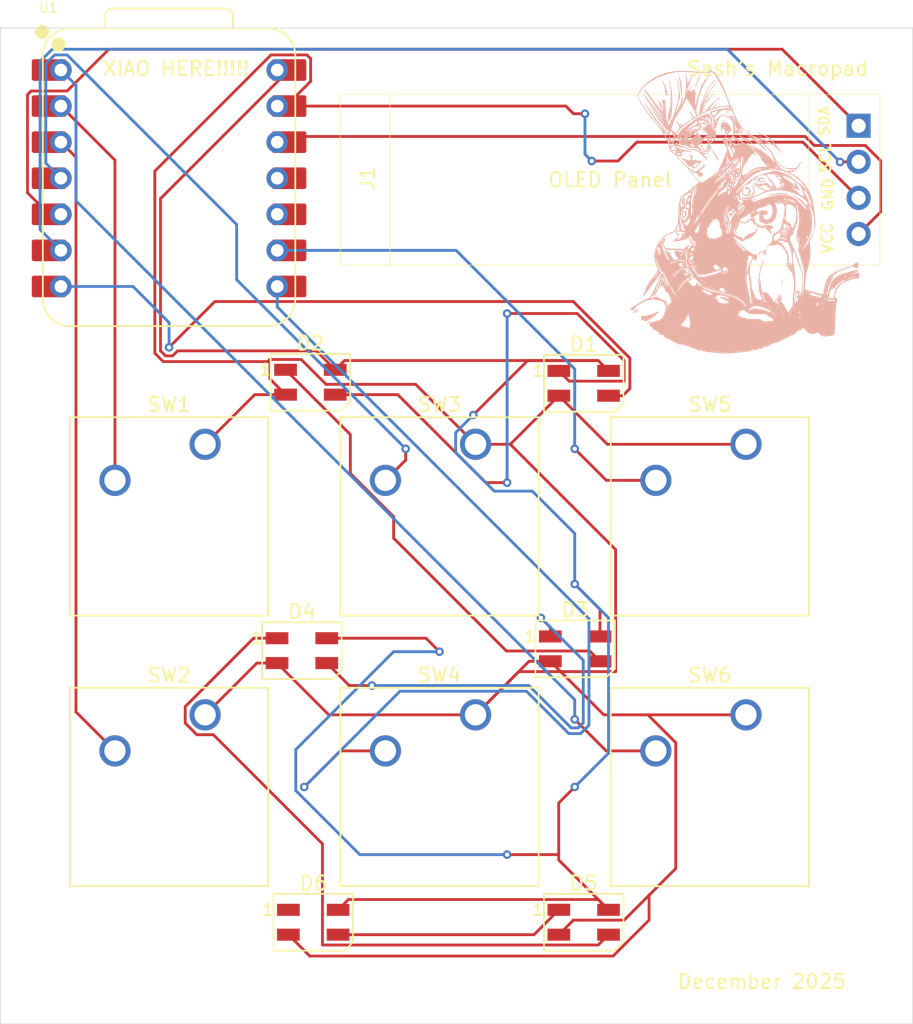
<source format=kicad_pcb>
(kicad_pcb (version 20241229) (generator "pcbnew") (generator_version "9.0")
  (layers (0 "F.Cu" signal) (2 "B.Cu" signal) (13 "F.Paste" user) (15 "B.Paste" user) (5 "F.SilkS" user "F.Silkscreen") (7 "B.SilkS" user "B.Silkscreen") (1 "F.Mask" user) (3 "B.Mask" user) (25 "Edge.Cuts" user))
  (net 0 "")
  (net 1 "Net-(D1-DIN)")
  (net 2 "+5V")
  (net 3 "GND")
  (net 4 "Net-(D1-DOUT)")
  (net 5 "Net-(D2-DOUT)")
  (net 6 "Net-(D3-DOUT)")
  (net 7 "Net-(D4-DOUT)")
  (net 8 "Net-(D5-DOUT)")
  (net 10 "Net-(J1-Pin_4)")
  (net 11 "Net-(J1-Pin_1)")
  (net 12 "Net-(J1-Pin_2)")
  (net 13 "Net-(U1-GPIO27{slash}ADC1{slash}A1)")
  (net 14 "Net-(U1-GPIO28{slash}ADC2{slash}A2)")
  (net 15 "Net-(U1-GPIO29{slash}ADC3{slash}A3)")
  (net 16 "Net-(U1-GPIO1{slash}RX)")
  (net 17 "Net-(U1-GPIO2{slash}SCK)")
  (net 18 "Net-(U1-GPIO26{slash}ADC0{slash}A0)")
  (footprint "LED_SMD:LED_SK6812MINI_PLCC4_3.5x3.5mm_P1.75mm" (layer "F.Cu") (at 150.65 95.25)
    (property "Reference" "D6" (at 0 -2.75 0) (layer "F.SilkS"))
    (property "Value" "SK6812MINI")
    (fp_text user "1" (at -3.2 -0.875 0) (layer "F.SilkS") (effects (font (size 0.8 0.8))))
    (pad "1" smd rect (at -1.75 -0.875) (size 1.6 0.85) (layers "F.Cu" "F.Mask" "F.Paste"))
    (pad "2" smd rect (at -1.75 0.875) (size 1.6 0.85) (layers "F.Cu" "F.Mask" "F.Paste") (net 3 "GND"))
    (pad "3" smd rect (at 1.75 0.875) (size 1.6 0.85) (layers "F.Cu" "F.Mask" "F.Paste") (net 8 "Net-(D5-DOUT)"))
    (pad "4" smd rect (at 1.75 -0.875) (size 1.6 0.85) (layers "F.Cu" "F.Mask" "F.Paste") (net 2 "+5V"))
  )
  (footprint "LED_SMD:LED_SK6812MINI_PLCC4_3.5x3.5mm_P1.75mm" (layer "F.Cu") (at 150.45 57.225)
    (property "Reference" "D2" (at 0 -2.75 0) (layer "F.SilkS"))
    (property "Value" "SK6812MINI")
    (fp_text user "1" (at -3.2 -0.875 0) (layer "F.SilkS") (effects (font (size 0.8 0.8))))
    (pad "1" smd rect (at -1.75 -0.875) (size 1.6 0.85) (layers "F.Cu" "F.Mask" "F.Paste") (net 5 "Net-(D2-DOUT)"))
    (pad "2" smd rect (at -1.75 0.875) (size 1.6 0.85) (layers "F.Cu" "F.Mask" "F.Paste") (net 3 "GND"))
    (pad "3" smd rect (at 1.75 0.875) (size 1.6 0.85) (layers "F.Cu" "F.Mask" "F.Paste") (net 4 "Net-(D1-DOUT)"))
    (pad "4" smd rect (at 1.75 -0.875) (size 1.6 0.85) (layers "F.Cu" "F.Mask" "F.Paste") (net 2 "+5V"))
  )
  (footprint "Button_Switch_Keyboard:SW_Cherry_MX_1.00u_PCB" (layer "F.Cu") (at 162.08375 80.645)
    (property "Reference" "SW4" (at -2.54 -2.794 0) (layer "F.SilkS"))
    (property "Value" "SW_Push")
    (pad "" np_thru_hole circle (at -7.62 5.08) (size 1.7 1.7) (drill 1.7) (layers "*.Cu" "*.Mask"))
    (pad "" np_thru_hole circle (at -2.54 5.08) (size 4 4) (drill 4) (layers "*.Cu" "*.Mask"))
    (pad "" np_thru_hole circle (at 2.54 5.08) (size 1.7 1.7) (drill 1.7) (layers "*.Cu" "*.Mask"))
    (pad "1" thru_hole circle (at 0 0) (size 2.2 2.2) (drill 1.5) (layers "*.Cu" "*.Mask") (net 3 "GND"))
    (pad "2" thru_hole circle (at -6.35 2.54) (size 2.2 2.2) (drill 1.5) (layers "*.Cu" "*.Mask") (net 16 "Net-(U1-GPIO1{slash}RX)"))
  )
  (footprint "Button_Switch_Keyboard:SW_Cherry_MX_1.00u_PCB" (layer "F.Cu") (at 181.13375 80.645)
    (property "Reference" "SW6" (at -2.54 -2.794 0) (layer "F.SilkS"))
    (property "Value" "SW_Push")
    (pad "" np_thru_hole circle (at -7.62 5.08) (size 1.7 1.7) (drill 1.7) (layers "*.Cu" "*.Mask"))
    (pad "" np_thru_hole circle (at -2.54 5.08) (size 4 4) (drill 4) (layers "*.Cu" "*.Mask"))
    (pad "" np_thru_hole circle (at 2.54 5.08) (size 1.7 1.7) (drill 1.7) (layers "*.Cu" "*.Mask"))
    (pad "1" thru_hole circle (at 0 0) (size 2.2 2.2) (drill 1.5) (layers "*.Cu" "*.Mask") (net 3 "GND"))
    (pad "2" thru_hole circle (at -6.35 2.54) (size 2.2 2.2) (drill 1.5) (layers "*.Cu" "*.Mask") (net 18 "Net-(U1-GPIO26{slash}ADC0{slash}A0)"))
  )
  (footprint "LED_SMD:LED_SK6812MINI_PLCC4_3.5x3.5mm_P1.75mm" (layer "F.Cu") (at 149.85 76.125)
    (property "Reference" "D4" (at 0 -2.75 0) (layer "F.SilkS"))
    (property "Value" "SK6812MINI")
    (fp_text user "1" (at -3.2 -0.875 0) (layer "F.SilkS") (effects (font (size 0.8 0.8))))
    (pad "1" smd rect (at -1.75 -0.875) (size 1.6 0.85) (layers "F.Cu" "F.Mask" "F.Paste") (net 7 "Net-(D4-DOUT)"))
    (pad "2" smd rect (at -1.75 0.875) (size 1.6 0.85) (layers "F.Cu" "F.Mask" "F.Paste") (net 3 "GND"))
    (pad "3" smd rect (at 1.75 0.875) (size 1.6 0.85) (layers "F.Cu" "F.Mask" "F.Paste") (net 6 "Net-(D3-DOUT)"))
    (pad "4" smd rect (at 1.75 -0.875) (size 1.6 0.85) (layers "F.Cu" "F.Mask" "F.Paste") (net 2 "+5V"))
  )
  (footprint "LED_SMD:LED_SK6812MINI_PLCC4_3.5x3.5mm_P1.75mm" (layer "F.Cu") (at 169.7 95.25)
    (property "Reference" "D5" (at 0 -2.75 0) (layer "F.SilkS"))
    (property "Value" "SK6812MINI")
    (fp_text user "1" (at -3.2 -0.875 0) (layer "F.SilkS") (effects (font (size 0.8 0.8))))
    (pad "1" smd rect (at -1.75 -0.875) (size 1.6 0.85) (layers "F.Cu" "F.Mask" "F.Paste") (net 8 "Net-(D5-DOUT)"))
    (pad "2" smd rect (at -1.75 0.875) (size 1.6 0.85) (layers "F.Cu" "F.Mask" "F.Paste") (net 3 "GND"))
    (pad "3" smd rect (at 1.75 0.875) (size 1.6 0.85) (layers "F.Cu" "F.Mask" "F.Paste") (net 7 "Net-(D4-DOUT)"))
    (pad "4" smd rect (at 1.75 -0.875) (size 1.6 0.85) (layers "F.Cu" "F.Mask" "F.Paste") (net 2 "+5V"))
  )
  (footprint "sashrek:XIAO-RP2040-DIP" (layer "F.Cu") (at 140.49375 42.8625)
    (property "Reference" "U1" (at -8.5 -12 0) (layer "F.SilkS") (effects (font (size 0.635 0.635) (thickness 0.1016))))
    (property "Value" "XIAO-RP2040-DIP")
    (pad "1" smd roundrect (at -8.455 -7.62 180) (size 2.432 1.524) (layers "F.Cu" "F.Mask") (roundrect_rratio 0.1) (net 18 "Net-(U1-GPIO26{slash}ADC0{slash}A0)"))
    (pad "1" thru_hole circle (at -7.62 -7.62 180) (size 1.524 1.524) (drill 0.889) (layers "*.Cu" "*.Mask") (net 18 "Net-(U1-GPIO26{slash}ADC0{slash}A0)"))
    (pad "2" smd roundrect (at -8.455 -5.08 180) (size 2.432 1.524) (layers "F.Cu" "F.Mask") (roundrect_rratio 0.1) (net 13 "Net-(U1-GPIO27{slash}ADC1{slash}A1)"))
    (pad "2" thru_hole circle (at -7.62 -5.08 180) (size 1.524 1.524) (drill 0.889) (layers "*.Cu" "*.Mask") (net 13 "Net-(U1-GPIO27{slash}ADC1{slash}A1)"))
    (pad "3" smd roundrect (at -8.455 -2.54 180) (size 2.432 1.524) (layers "F.Cu" "F.Mask") (roundrect_rratio 0.1) (net 14 "Net-(U1-GPIO28{slash}ADC2{slash}A2)"))
    (pad "3" thru_hole circle (at -7.62 -2.54 180) (size 1.524 1.524) (drill 0.889) (layers "*.Cu" "*.Mask") (net 14 "Net-(U1-GPIO28{slash}ADC2{slash}A2)"))
    (pad "4" smd roundrect (at -8.455 0 180) (size 2.432 1.524) (layers "F.Cu" "F.Mask") (roundrect_rratio 0.1) (net 15 "Net-(U1-GPIO29{slash}ADC3{slash}A3)"))
    (pad "4" thru_hole circle (at -7.62 0 180) (size 1.524 1.524) (drill 0.889) (layers "*.Cu" "*.Mask") (net 15 "Net-(U1-GPIO29{slash}ADC3{slash}A3)"))
    (pad "5" smd roundrect (at -8.455 2.54 180) (size 2.432 1.524) (layers "F.Cu" "F.Mask") (roundrect_rratio 0.1) (net 11 "Net-(J1-Pin_1)"))
    (pad "5" thru_hole circle (at -7.62 2.54 180) (size 1.524 1.524) (drill 0.889) (layers "*.Cu" "*.Mask") (net 11 "Net-(J1-Pin_1)"))
    (pad "6" smd roundrect (at -8.455 5.08 180) (size 2.432 1.524) (layers "F.Cu" "F.Mask") (roundrect_rratio 0.1) (net 12 "Net-(J1-Pin_2)"))
    (pad "6" thru_hole circle (at -7.62 5.08 180) (size 1.524 1.524) (drill 0.889) (layers "*.Cu" "*.Mask") (net 12 "Net-(J1-Pin_2)"))
    (pad "7" smd roundrect (at -8.455 7.62 180) (size 2.432 1.524) (layers "F.Cu" "F.Mask") (roundrect_rratio 0.1) (net 1 "Net-(D1-DIN)"))
    (pad "7" thru_hole circle (at -7.62 7.62 180) (size 1.524 1.524) (drill 0.889) (layers "*.Cu" "*.Mask") (net 1 "Net-(D1-DIN)"))
    (pad "8" thru_hole circle (at 7.62 7.62) (size 1.524 1.524) (drill 0.889) (layers "*.Cu" "*.Mask") (net 16 "Net-(U1-GPIO1{slash}RX)"))
    (pad "8" smd roundrect (at 8.455 7.62) (size 2.432 1.524) (layers "F.Cu" "F.Mask") (roundrect_rratio 0.1) (net 16 "Net-(U1-GPIO1{slash}RX)"))
    (pad "9" thru_hole circle (at 7.62 5.08) (size 1.524 1.524) (drill 0.889) (layers "*.Cu" "*.Mask") (net 17 "Net-(U1-GPIO2{slash}SCK)"))
    (pad "9" smd roundrect (at 8.455 5.08) (size 2.432 1.524) (layers "F.Cu" "F.Mask") (roundrect_rratio 0.1) (net 17 "Net-(U1-GPIO2{slash}SCK)"))
    (pad "10" thru_hole circle (at 7.62 2.54) (size 1.524 1.524) (drill 0.889) (layers "*.Cu" "*.Mask"))
    (pad "10" smd roundrect (at 8.455 2.54) (size 2.432 1.524) (layers "F.Cu" "F.Mask") (roundrect_rratio 0.1))
    (pad "11" thru_hole circle (at 7.62 0) (size 1.524 1.524) (drill 0.889) (layers "*.Cu" "*.Mask"))
    (pad "11" smd roundrect (at 8.455 0) (size 2.432 1.524) (layers "F.Cu" "F.Mask") (roundrect_rratio 0.1))
    (pad "12" thru_hole circle (at 7.62 -2.54) (size 1.524 1.524) (drill 0.889) (layers "*.Cu" "*.Mask") (net 10 "Net-(J1-Pin_4)"))
    (pad "12" smd roundrect (at 8.455 -2.54) (size 2.432 1.524) (layers "F.Cu" "F.Mask") (roundrect_rratio 0.1) (net 10 "Net-(J1-Pin_4)"))
    (pad "13" thru_hole circle (at 7.62 -5.08) (size 1.524 1.524) (drill 0.889) (layers "*.Cu" "*.Mask") (net 3 "GND"))
    (pad "13" smd roundrect (at 8.455 -5.08) (size 2.432 1.524) (layers "F.Cu" "F.Mask") (roundrect_rratio 0.1) (net 3 "GND"))
    (pad "14" thru_hole circle (at 7.62 -7.62) (size 1.524 1.524) (drill 0.889) (layers "*.Cu" "*.Mask") (net 2 "+5V"))
    (pad "14" smd roundrect (at 8.455 -7.62) (size 2.432 1.524) (layers "F.Cu" "F.Mask") (roundrect_rratio 0.1) (net 2 "+5V"))
  )
  (footprint "LED_SMD:LED_SK6812MINI_PLCC4_3.5x3.5mm_P1.75mm" (layer "F.Cu") (at 169.1 76)
    (property "Reference" "D3" (at 0 -2.75 0) (layer "F.SilkS"))
    (property "Value" "SK6812MINI")
    (fp_text user "1" (at -3.2 -0.875 0) (layer "F.SilkS") (effects (font (size 0.8 0.8))))
    (pad "1" smd rect (at -1.75 -0.875) (size 1.6 0.85) (layers "F.Cu" "F.Mask" "F.Paste") (net 6 "Net-(D3-DOUT)"))
    (pad "2" smd rect (at -1.75 0.875) (size 1.6 0.85) (layers "F.Cu" "F.Mask" "F.Paste") (net 3 "GND"))
    (pad "3" smd rect (at 1.75 0.875) (size 1.6 0.85) (layers "F.Cu" "F.Mask" "F.Paste") (net 5 "Net-(D2-DOUT)"))
    (pad "4" smd rect (at 1.75 -0.875) (size 1.6 0.85) (layers "F.Cu" "F.Mask" "F.Paste") (net 2 "+5V"))
  )
  (footprint "sasher:SSD1306-0.91-OLED-4pin-128x32" (layer "F.Cu") (at 152.565 36.9775)
    (property "Reference" "J1" (at 1.9 5.91 90) (layer "F.SilkS"))
    (property "Value" "Conn_01x04_Pin")
    (fp_text user "GND" (at 34.335 7.0225 270) (layer "F.SilkS") (effects (font (size 0.75 0.75))))
    (fp_text user "VCC" (at 34.285 10.1025 270) (layer "F.SilkS") (effects (font (size 0.75 0.75))))
    (fp_text user "OLED Panel" (at 19 6 0) (layer "F.SilkS"))
    (fp_text user "SDA" (at 34.065 1.8625 270) (layer "F.SilkS") (effects (font (size 0.75 0.75))))
    (fp_text user "SCL" (at 34.165 4.4925 270) (layer "F.SilkS") (effects (font (size 0.75 0.75))))
    (pad "1" thru_hole rect (at 36.5 2.19) (size 1.7 1.7) (drill 1) (layers "*.Cu" "*.Mask") (net 11 "Net-(J1-Pin_1)"))
    (pad "2" thru_hole oval (at 36.5 4.73) (size 1.7 1.7) (drill 1) (layers "*.Cu" "*.Mask") (net 12 "Net-(J1-Pin_2)"))
    (pad "3" thru_hole oval (at 36.5 7.27) (size 1.7 1.7) (drill 1) (layers "*.Cu" "*.Mask") (net 3 "GND"))
    (pad "4" thru_hole oval (at 36.5 9.81) (size 1.7 1.7) (drill 1) (layers "*.Cu" "*.Mask") (net 10 "Net-(J1-Pin_4)"))
  )
  (footprint "Button_Switch_Keyboard:SW_Cherry_MX_1.00u_PCB" (layer "F.Cu") (at 143.03375 80.645)
    (property "Reference" "SW2" (at -2.54 -2.794 0) (layer "F.SilkS"))
    (property "Value" "SW_Push")
    (pad "" np_thru_hole circle (at -7.62 5.08) (size 1.7 1.7) (drill 1.7) (layers "*.Cu" "*.Mask"))
    (pad "" np_thru_hole circle (at -2.54 5.08) (size 4 4) (drill 4) (layers "*.Cu" "*.Mask"))
    (pad "" np_thru_hole circle (at 2.54 5.08) (size 1.7 1.7) (drill 1.7) (layers "*.Cu" "*.Mask"))
    (pad "1" thru_hole circle (at 0 0) (size 2.2 2.2) (drill 1.5) (layers "*.Cu" "*.Mask") (net 3 "GND"))
    (pad "2" thru_hole circle (at -6.35 2.54) (size 2.2 2.2) (drill 1.5) (layers "*.Cu" "*.Mask") (net 14 "Net-(U1-GPIO28{slash}ADC2{slash}A2)"))
  )
  (footprint "Button_Switch_Keyboard:SW_Cherry_MX_1.00u_PCB" (layer "F.Cu") (at 162.08375 61.595)
    (property "Reference" "SW3" (at -2.54 -2.794 0) (layer "F.SilkS"))
    (property "Value" "SW_Push")
    (pad "" np_thru_hole circle (at -7.62 5.08) (size 1.7 1.7) (drill 1.7) (layers "*.Cu" "*.Mask"))
    (pad "" np_thru_hole circle (at -2.54 5.08) (size 4 4) (drill 4) (layers "*.Cu" "*.Mask"))
    (pad "" np_thru_hole circle (at 2.54 5.08) (size 1.7 1.7) (drill 1.7) (layers "*.Cu" "*.Mask"))
    (pad "1" thru_hole circle (at 0 0) (size 2.2 2.2) (drill 1.5) (layers "*.Cu" "*.Mask") (net 3 "GND"))
    (pad "2" thru_hole circle (at -6.35 2.54) (size 2.2 2.2) (drill 1.5) (layers "*.Cu" "*.Mask") (net 15 "Net-(U1-GPIO29{slash}ADC3{slash}A3)"))
  )
  (footprint "LED_SMD:LED_SK6812MINI_PLCC4_3.5x3.5mm_P1.75mm" (layer "F.Cu") (at 169.7 57.3)
    (property "Reference" "D1" (at 0 -2.75 0) (layer "F.SilkS"))
    (property "Value" "SK6812MINI")
    (fp_text user "1" (at -3.2 -0.875 0) (layer "F.SilkS") (effects (font (size 0.8 0.8))))
    (pad "1" smd rect (at -1.75 -0.875) (size 1.6 0.85) (layers "F.Cu" "F.Mask" "F.Paste") (net 4 "Net-(D1-DOUT)"))
    (pad "2" smd rect (at -1.75 0.875) (size 1.6 0.85) (layers "F.Cu" "F.Mask" "F.Paste") (net 3 "GND"))
    (pad "3" smd rect (at 1.75 0.875) (size 1.6 0.85) (layers "F.Cu" "F.Mask" "F.Paste") (net 1 "Net-(D1-DIN)"))
    (pad "4" smd rect (at 1.75 -0.875) (size 1.6 0.85) (layers "F.Cu" "F.Mask" "F.Paste") (net 2 "+5V"))
  )
  (footprint "Button_Switch_Keyboard:SW_Cherry_MX_1.00u_PCB" (layer "F.Cu") (at 181.13375 61.595)
    (property "Reference" "SW5" (at -2.54 -2.794 0) (layer "F.SilkS"))
    (property "Value" "SW_Push")
    (pad "" np_thru_hole circle (at -7.62 5.08) (size 1.7 1.7) (drill 1.7) (layers "*.Cu" "*.Mask"))
    (pad "" np_thru_hole circle (at -2.54 5.08) (size 4 4) (drill 4) (layers "*.Cu" "*.Mask"))
    (pad "" np_thru_hole circle (at 2.54 5.08) (size 1.7 1.7) (drill 1.7) (layers "*.Cu" "*.Mask"))
    (pad "1" thru_hole circle (at 0 0) (size 2.2 2.2) (drill 1.5) (layers "*.Cu" "*.Mask") (net 3 "GND"))
    (pad "2" thru_hole circle (at -6.35 2.54) (size 2.2 2.2) (drill 1.5) (layers "*.Cu" "*.Mask") (net 17 "Net-(U1-GPIO2{slash}SCK)"))
  )
  (footprint "Button_Switch_Keyboard:SW_Cherry_MX_1.00u_PCB" (layer "F.Cu") (at 143.03375 61.595)
    (property "Reference" "SW1" (at -2.54 -2.794 0) (layer "F.SilkS"))
    (property "Value" "SW_Push")
    (pad "" np_thru_hole circle (at -7.62 5.08) (size 1.7 1.7) (drill 1.7) (layers "*.Cu" "*.Mask"))
    (pad "" np_thru_hole circle (at -2.54 5.08) (size 4 4) (drill 4) (layers "*.Cu" "*.Mask"))
    (pad "" np_thru_hole circle (at 2.54 5.08) (size 1.7 1.7) (drill 1.7) (layers "*.Cu" "*.Mask"))
    (pad "1" thru_hole circle (at 0 0) (size 2.2 2.2) (drill 1.5) (layers "*.Cu" "*.Mask") (net 3 "GND"))
    (pad "2" thru_hole circle (at -6.35 2.54) (size 2.2 2.2) (drill 1.5) (layers "*.Cu" "*.Mask") (net 13 "Net-(U1-GPIO27{slash}ADC1{slash}A1)"))
  )
  (footprint "LOGO" (layer "B.Cu") (at 180.975 45.24375 180)
    (property "Reference" "G***" (at 0 0 0) (layer "B.SilkS") (effects (font (size 1.5 1.5) (thickness 0.3)) (justify mirror)))
    (property "Value" "LOGO" (hide yes))
  )
  (gr_rect (start 128.61 32.28) (end 192.88125 102.39375) (stroke (width 0.05)) (fill no) (layer "Edge.Cuts"))
  (gr_text "XIAO HERE!!!!!" (at 135.73125 35.71875 0) (layer "F.SilkS") (effects (font (size 1 1)) (justify left bottom)))
  (gr_text "December 2025" (at 176.2125 100.0125 0) (layer "F.SilkS") (effects (font (size 1 1)) (justify left bottom)))
  (gr_text "Sash's Macropad" (at 183.35625 35.71875 0) (layer "F.SilkS") (effects (font (size 1 1)) (justify bottom)))
  (segment (start 171.45 58.175) (end 172.45 58.175) (width 0.2) (layer "F.Cu") (net 1))
  (segment (start 168.9646 51.5455) (end 143.717 51.5455) (width 0.2) (layer "F.Cu") (net 1))
  (segment (start 143.717 51.5455) (end 140.49375 54.76875) (width 0.2) (layer "F.Cu") (net 1))
  (segment (start 172.45 58.175) (end 172.952 57.673) (width 0.2) (layer "F.Cu") (net 1))
  (segment (start 172.952 57.673) (end 172.952 55.5329) (width 0.2) (layer "F.Cu") (net 1))
  (segment (start 172.952 55.5329) (end 168.9646 51.5455) (width 0.2) (layer "F.Cu") (net 1))
  (via (at 140.49375 54.76875) (size 0.6) (drill 0.3) (layers "F.Cu" "B.Cu") (net 1))
  (segment (start 137.95375 50.4825) (end 132.87375 50.4825) (width 0.2) (layer "B.Cu") (net 1))
  (segment (start 140.49375 53.0225) (end 137.95375 50.4825) (width 0.2) (layer "B.Cu") (net 1))
  (segment (start 140.49375 54.76875) (end 140.49375 53.0225) (width 0.2) (layer "B.Cu") (net 1))
  (segment (start 167.94145 86.8523) (end 169.06875 85.725) (width 0.2) (layer "F.Cu") (net 2))
  (segment (start 169.06875 71.4375) (end 170.85 73.21875) (width 0.2) (layer "F.Cu") (net 2))
  (segment (start 151.6 75.25) (end 158.59375 75.25) (width 0.2) (layer "F.Cu") (net 2))
  (segment (start 140.244807 55.36975) (end 139.89275 55.017693) (width 0.2) (layer "F.Cu") (net 2))
  (segment (start 152.2 56.35) (end 150.867693 55.017693) (width 0.2) (layer "F.Cu") (net 2))
  (segment (start 165.75725 55.699) (end 161.925 59.53125) (width 0.2) (layer "F.Cu") (net 2))
  (segment (start 167.94145 90.4875) (end 167.94145 86.8523) (width 0.2) (layer "F.Cu") (net 2))
  (segment (start 152.4 94.375) (end 153.126 93.649) (width 0.2) (layer "F.Cu") (net 2))
  (segment (start 139.89275 55.017693) (end 139.89275 44.2985) (width 0.2) (layer "F.Cu") (net 2))
  (segment (start 171.45 94.375) (end 167.94145 90.86645) (width 0.2) (layer "F.Cu") (net 2))
  (segment (start 139.89275 44.2985) (end 148.94875 35.2425) (width 0.2) (layer "F.Cu") (net 2))
  (segment (start 164.30625 90.4875) (end 167.94145 90.4875) (width 0.2) (layer "F.Cu") (net 2))
  (segment (start 153.126 93.649) (end 170.724 93.649) (width 0.2) (layer "F.Cu") (net 2))
  (segment (start 167.94145 90.86645) (end 167.94145 90.4875) (width 0.2) (layer "F.Cu") (net 2))
  (segment (start 170.724 55.699) (end 165.75725 55.699) (width 0.2) (layer "F.Cu") (net 2))
  (segment (start 152.2 56.35) (end 152.851 55.699) (width 0.2) (layer "F.Cu") (net 2))
  (segment (start 170.724 55.699) (end 171.45 56.425) (width 0.2) (layer "F.Cu") (net 2))
  (segment (start 150.867693 55.017693) (end 141.09475 55.017693) (width 0.2) (layer "F.Cu") (net 2))
  (segment (start 140.742693 55.36975) (end 140.244807 55.36975) (width 0.2) (layer "F.Cu") (net 2))
  (segment (start 170.85 73.21875) (end 170.85 75.125) (width 0.2) (layer "F.Cu") (net 2))
  (segment (start 170.724 93.649) (end 171.45 94.375) (width 0.2) (layer "F.Cu") (net 2))
  (segment (start 152.851 55.699) (end 170.724 55.699) (width 0.2) (layer "F.Cu") (net 2))
  (segment (start 141.09475 55.017693) (end 140.742693 55.36975) (width 0.2) (layer "F.Cu") (net 2))
  (segment (start 158.59375 75.25) (end 159.54375 76.2) (width 0.2) (layer "F.Cu") (net 2))
  (via (at 169.06875 71.4375) (size 0.6) (drill 0.3) (layers "F.Cu" "B.Cu") (net 2))
  (via (at 161.925 59.53125) (size 0.6) (drill 0.3) (layers "F.Cu" "B.Cu") (net 2))
  (via (at 164.30625 90.4875) (size 0.6) (drill 0.3) (layers "F.Cu" "B.Cu") (net 2))
  (via (at 159.54375 76.2) (size 0.6) (drill 0.3) (layers "F.Cu" "B.Cu") (net 2))
  (via (at 169.06875 85.725) (size 0.6) (drill 0.3) (layers "F.Cu" "B.Cu") (net 2))
  (segment (start 171.45 73.81875) (end 169.06875 71.4375) (width 0.2) (layer "B.Cu") (net 2))
  (segment (start 169.06875 67.877) (end 169.06875 71.4375) (width 0.2) (layer "B.Cu") (net 2))
  (segment (start 166.0865 64.89475) (end 169.06875 67.877) (width 0.2) (layer "B.Cu") (net 2))
  (segment (start 169.06875 85.725) (end 171.45 83.34375) (width 0.2) (layer "B.Cu") (net 2))
  (segment (start 159.54375 76.2) (end 156.312557 76.2) (width 0.2) (layer "B.Cu") (net 2))
  (segment (start 156.312557 76.2) (end 149.41775 83.094807) (width 0.2) (layer "B.Cu") (net 2))
  (segment (start 160.68275 62.175314) (end 163.402186 64.89475) (width 0.2) (layer "B.Cu") (net 2))
  (segment (start 160.68275 60.7735) (end 160.68275 62.175314) (width 0.2) (layer "B.Cu") (net 2))
  (segment (start 161.925 59.53125) (end 160.68275 60.7735) (width 0.2) (layer "B.Cu") (net 2))
  (segment (start 163.402186 64.89475) (end 166.0865 64.89475) (width 0.2) (layer "B.Cu") (net 2))
  (segment (start 149.41775 85.973943) (end 153.931307 90.4875) (width 0.2) (layer "B.Cu") (net 2))
  (segment (start 153.931307 90.4875) (end 164.30625 90.4875) (width 0.2) (layer "B.Cu") (net 2))
  (segment (start 171.45 83.34375) (end 171.45 73.81875) (width 0.2) (layer "B.Cu") (net 2))
  (segment (start 149.41775 83.094807) (end 149.41775 85.973943) (width 0.2) (layer "B.Cu") (net 2))
  (segment (start 147.45225 55.77075) (end 147.599 55.624) (width 0.2) (layer "F.Cu") (net 3))
  (segment (start 151.551 57.374) (end 157.86275 57.374) (width 0.2) (layer "F.Cu") (net 3))
  (segment (start 148.1 77) (end 151.745 80.645) (width 0.2) (layer "F.Cu") (net 3))
  (segment (start 146.52875 58.1) (end 143.03375 61.595) (width 0.2) (layer "F.Cu") (net 3))
  (segment (start 171.951 69.016) (end 164.53 61.595) (width 0.2) (layer "F.Cu") (net 3))
  (segment (start 168.98 38.32) (end 169.79 38.32) (width 0.2) (layer "F.Cu") (net 3))
  (segment (start 146.67875 77) (end 148.1 77) (width 0.2) (layer "F.Cu") (net 3))
  (segment (start 165.12775 77.601) (end 171.951 77.601) (width 0.2) (layer "F.Cu") (net 3))
  (segment (start 171.951 77.601) (end 171.951 69.016) (width 0.2) (layer "F.Cu") (net 3))
  (segment (start 168.974 95.101) (end 172.551 95.101) (width 0.2) (layer "F.Cu") (net 3))
  (segment (start 171.77075 97.63125) (end 174.30725 95.09475) (width 0.2) (layer "F.Cu") (net 3))
  (segment (start 176.18475 82.604686) (end 174.225064 80.645) (width 0.2) (layer "F.Cu") (net 3))
  (segment (start 168.4425 37.7825) (end 168.66 38) (width 0.2) (layer "F.Cu") (net 3))
  (segment (start 172.551 95.101) (end 174.30725 93.34475) (width 0.2) (layer "F.Cu") (net 3))
  (segment (start 171.37 61.595) (end 181.13375 61.595) (width 0.2) (layer "F.Cu") (net 3))
  (segment (start 150.204376 34.1795) (end 147.67344 34.1795) (width 0.2) (layer "F.Cu") (net 3))
  (segment (start 143.03375 80.645) (end 146.67875 77) (width 0.2) (layer "F.Cu") (net 3))
  (segment (start 174.30725 93.34475) (end 176.18475 91.46725) (width 0.2) (layer "F.Cu") (net 3))
  (segment (start 162.08375 80.645) (end 165.12775 77.601) (width 0.2) (layer "F.Cu") (net 3))
  (segment (start 176.18475 91.46725) (end 176.18475 82.604686) (width 0.2) (layer "F.Cu") (net 3))
  (segment (start 147.599 55.624) (end 149.801 55.624) (width 0.2) (layer "F.Cu") (net 3))
  (segment (start 147.599 56.999) (end 147.599 55.624) (width 0.2) (layer "F.Cu") (net 3))
  (segment (start 139.49175 42.36119) (end 139.49175 55.183793) (width 0.2) (layer "F.Cu") (net 3))
  (segment (start 162.08375 80.645) (end 165.85375 76.875) (width 0.2) (layer "F.Cu") (net 3))
  (segment (start 168.66 38) (end 168.98 38.32) (width 0.2) (layer "F.Cu") (net 3))
  (segment (start 165.85375 76.875) (end 167.35 76.875) (width 0.2) (layer "F.Cu") (net 3))
  (segment (start 162.08375 61.595) (end 164.53 61.595) (width 0.2) (layer "F.Cu") (net 3))
  (segment (start 148.727376 37.7825) (end 150.46575 36.044126) (width 0.2) (layer "F.Cu") (net 3))
  (segment (start 148.7 58.1) (end 147.599 56.999) (width 0.2) (layer "F.Cu") (net 3))
  (segment (start 167.35 76.875) (end 171.12 80.645) (width 0.2) (layer "F.Cu") (net 3))
  (segment (start 150.40625 97.63125) (end 171.77075 97.63125) (width 0.2) (layer "F.Cu") (net 3))
  (segment (start 148.94875 37.7825) (end 168.4425 37.7825) (width 0.2) (layer "F.Cu") (net 3))
  (segment (start 147.67344 34.1795) (end 139.49175 42.36119) (width 0.2) (layer "F.Cu") (net 3))
  (segment (start 151.745 80.645) (end 162.08375 80.645) (width 0.2) (layer "F.Cu") (net 3))
  (segment (start 157.86275 57.374) (end 162.08375 61.595) (width 0.2) (layer "F.Cu") (net 3))
  (segment (start 189.065 44.2475) (end 185.14 40.3225) (width 0.2) (layer "F.Cu") (net 3))
  (segment (start 148.11375 37.7825) (end 148.727376 37.7825) (width 0.2) (layer "F.Cu") (net 3))
  (segment (start 150.46575 36.044126) (end 150.46575 34.440874) (width 0.2) (layer "F.Cu") (net 3))
  (segment (start 170.27 41.65) (end 172.1125 41.65) (width 0.2) (layer "F.Cu") (net 3))
  (segment (start 149.801 55.624) (end 151.551 57.374) (width 0.2) (layer "F.Cu") (net 3))
  (segment (start 148.9 96.125) (end 150.40625 97.63125) (width 0.2) (layer "F.Cu") (net 3))
  (segment (start 148.7 58.1) (end 146.52875 58.1) (width 0.2) (layer "F.Cu") (net 3))
  (segment (start 171.12 80.645) (end 174.225064 80.645) (width 0.2) (layer "F.Cu") (net 3))
  (segment (start 140.078707 55.77075) (end 147.45225 55.77075) (width 0.2) (layer "F.Cu") (net 3))
  (segment (start 167.95 96.125) (end 168.974 95.101) (width 0.2) (layer "F.Cu") (net 3))
  (segment (start 150.46575 34.440874) (end 150.204376 34.1795) (width 0.2) (layer "F.Cu") (net 3))
  (segment (start 164.53 61.595) (end 167.95 58.175) (width 0.2) (layer "F.Cu") (net 3))
  (segment (start 185.14 40.3225) (end 173.44 40.3225) (width 0.2) (layer "F.Cu") (net 3))
  (segment (start 174.225064 80.645) (end 181.13375 80.645) (width 0.2) (layer "F.Cu") (net 3))
  (segment (start 167.95 58.175) (end 171.37 61.595) (width 0.2) (layer "F.Cu") (net 3))
  (segment (start 139.49175 55.183793) (end 140.078707 55.77075) (width 0.2) (layer "F.Cu") (net 3))
  (segment (start 172.1125 41.65) (end 173.44 40.3225) (width 0.2) (layer "F.Cu") (net 3))
  (segment (start 174.30725 95.09475) (end 174.30725 93.34475) (width 0.2) (layer "F.Cu") (net 3))
  (via (at 170.27 41.65) (size 0.6) (drill 0.3) (layers "F.Cu" "B.Cu") (net 3))
  (via (at 169.79 38.32) (size 0.6) (drill 0.3) (layers "F.Cu" "B.Cu") (net 3))
  (segment (start 169.79 41.17) (end 170.27 41.65) (width 0.2) (layer "B.Cu") (net 3))
  (segment (start 169.79 38.32) (end 169.79 41.17) (width 0.2) (layer "B.Cu") (net 3))
  (segment (start 172.551 57.151) (end 168.676 57.151) (width 0.2) (layer "F.Cu") (net 4))
  (segment (start 156.607436 58.1) (end 162.801186 64.29375) (width 0.2) (layer "F.Cu") (net 4))
  (segment (start 152.2 58.1) (end 156.607436 58.1) (width 0.2) (layer "F.Cu") (net 4))
  (segment (start 172.551 55.699) (end 172.551 57.151) (width 0.2) (layer "F.Cu") (net 4))
  (segment (start 164.30625 52.3875) (end 169.2395 52.3875) (width 0.2) (layer "F.Cu") (net 4))
  (segment (start 169.2395 52.3875) (end 172.551 55.699) (width 0.2) (layer "F.Cu") (net 4))
  (segment (start 162.801186 64.29375) (end 164.30625 64.29375) (width 0.2) (layer "F.Cu") (net 4))
  (segment (start 168.676 57.151) (end 167.95 56.425) (width 0.2) (layer "F.Cu") (net 4))
  (via (at 164.30625 52.3875) (size 0.6) (drill 0.3) (layers "F.Cu" "B.Cu") (net 4))
  (via (at 164.30625 64.29375) (size 0.6) (drill 0.3) (layers "F.Cu" "B.Cu") (net 4))
  (segment (start 164.30625 64.29375) (end 164.30625 52.3875) (width 0.2) (layer "B.Cu") (net 4))
  (segment (start 156.314064 68.207814) (end 164.25525 76.149) (width 0.2) (layer "F.Cu") (net 5))
  (segment (start 148.7 56.35) (end 153.26275 60.91275) (width 0.2) (layer "F.Cu") (net 5))
  (segment (start 170.124 76.149) (end 170.85 76.875) (width 0.2) (layer "F.Cu") (net 5))
  (segment (start 153.26275 63.645314) (end 156.314064 66.696628) (width 0.2) (layer "F.Cu") (net 5))
  (segment (start 164.25525 76.149) (end 170.124 76.149) (width 0.2) (layer "F.Cu") (net 5))
  (segment (start 156.314064 66.696628) (end 156.314064 68.207814) (width 0.2) (layer "F.Cu") (net 5))
  (segment (start 153.26275 60.91275) (end 153.26275 63.645314) (width 0.2) (layer "F.Cu") (net 5))
  (segment (start 167.35 75.125) (end 167.35 74.48125) (width 0.2) (layer "F.Cu") (net 6))
  (segment (start 153.18125 78.58125) (end 151.6 77) (width 0.2) (layer "F.Cu") (net 6))
  (segment (start 167.35 74.48125) (end 166.6875 73.81875) (width 0.2) (layer "F.Cu") (net 6))
  (segment (start 154.78125 78.58125) (end 153.18125 78.58125) (width 0.2) (layer "F.Cu") (net 6))
  (via (at 166.6875 73.81875) (size 0.6) (drill 0.3) (layers "F.Cu" "B.Cu") (net 6))
  (via (at 154.78125 78.58125) (size 0.6) (drill 0.3) (layers "F.Cu" "B.Cu") (net 6))
  (segment (start 165.837557 78.58125) (end 154.78125 78.58125) (width 0.2) (layer "B.Cu") (net 6))
  (segment (start 169.66975 76.801) (end 169.66975 81.211443) (width 0.2) (layer "B.Cu") (net 6))
  (segment (start 166.6875 73.81875) (end 169.66975 76.801) (width 0.2) (layer "B.Cu") (net 6))
  (segment (start 169.66975 81.211443) (end 169.317693 81.5635) (width 0.2) (layer "B.Cu") (net 6))
  (segment (start 169.317693 81.5635) (end 168.819807 81.5635) (width 0.2) (layer "B.Cu") (net 6))
  (segment (start 168.819807 81.5635) (end 165.837557 78.58125) (width 0.2) (layer "B.Cu") (net 6))
  (segment (start 143.614064 82.046) (end 142.453436 82.046) (width 0.2) (layer "F.Cu") (net 7))
  (segment (start 146.447436 75.25) (end 148.1 75.25) (width 0.2) (layer "F.Cu") (net 7))
  (segment (start 170.724 96.851) (end 151.299 96.851) (width 0.2) (layer "F.Cu") (net 7))
  (segment (start 141.63275 80.064686) (end 146.447436 75.25) (width 0.2) (layer "F.Cu") (net 7))
  (segment (start 151.299 89.730936) (end 143.614064 82.046) (width 0.2) (layer "F.Cu") (net 7))
  (segment (start 141.63275 81.225314) (end 141.63275 80.064686) (width 0.2) (layer "F.Cu") (net 7))
  (segment (start 142.453436 82.046) (end 141.63275 81.225314) (width 0.2) (layer "F.Cu") (net 7))
  (segment (start 171.45 96.125) (end 170.724 96.851) (width 0.2) (layer "F.Cu") (net 7))
  (segment (start 151.299 96.851) (end 151.299 89.730936) (width 0.2) (layer "F.Cu") (net 7))
  (segment (start 166.2 96.125) (end 167.95 94.375) (width 0.2) (layer "F.Cu") (net 8))
  (segment (start 152.4 96.125) (end 166.2 96.125) (width 0.2) (layer "F.Cu") (net 8))
  (segment (start 190.617 41.63174) (end 189.54176 40.5565) (width 0.2) (layer "F.Cu") (net 10))
  (segment (start 190.617 45.2355) (end 190.617 41.63174) (width 0.2) (layer "F.Cu") (net 10))
  (segment (start 185.9411 40.5565) (end 185.3061 39.9215) (width 0.2) (layer "F.Cu") (net 10))
  (segment (start 185.3061 39.9215) (end 148.94875 39.9215) (width 0.2) (layer "F.Cu") (net 10))
  (segment (start 189.065 46.7875) (end 189.0675 46.79) (width 0.2) (layer "F.Cu") (net 10))
  (segment (start 189.065 46.7875) (end 190.617 45.2355) (width 0.2) (layer "F.Cu") (net 10))
  (segment (start 189.0675 46.79) (end 189.25 46.79) (width 0.2) (layer "F.Cu") (net 10))
  (segment (start 189.54176 40.5565) (end 185.9411 40.5565) (width 0.2) (layer "F.Cu") (net 10))
  (segment (start 130.783124 36.7195) (end 130.52175 36.980874) (width 0.2) (layer "F.Cu") (net 11))
  (segment (start 136.25506 33.7785) (end 133.31406 36.7195) (width 0.2) (layer "F.Cu") (net 11))
  (segment (start 133.31406 36.7195) (end 130.783124 36.7195) (width 0.2) (layer "F.Cu") (net 11))
  (segment (start 189.065 39.1675) (end 183.676 33.7785) (width 0.2) (layer "F.Cu") (net 11))
  (segment (start 183.676 33.7785) (end 136.25506 33.7785) (width 0.2) (layer "F.Cu") (net 11))
  (segment (start 130.52175 36.980874) (end 130.52175 43.8855) (width 0.2) (layer "F.Cu") (net 11))
  (segment (start 130.52175 43.8855) (end 132.03875 45.4025) (width 0.2) (layer "F.Cu") (net 11))
  (segment (start 187.7725 41.7075) (end 187.76 41.72) (width 0.2) (layer "F.Cu") (net 12))
  (segment (start 189.065 41.7075) (end 187.7725 41.7075) (width 0.2) (layer "F.Cu") (net 12))
  (via (at 187.76 41.72) (size 0.6) (drill 0.3) (layers "F.Cu" "B.Cu") (net 12))
  (segment (start 132.26734 33.7785) (end 131.40975 34.63609) (width 0.2) (layer "B.Cu") (net 12))
  (segment (start 131.40975 46.4785) (end 132.87375 47.9425) (width 0.2) (layer "B.Cu") (net 12))
  (segment (start 179.8185 33.7785) (end 132.26734 33.7785) (width 0.2) (layer "B.Cu") (net 12))
  (segment (start 131.40975 34.63609) (end 131.40975 46.4785) (width 0.2) (layer "B.Cu") (net 12))
  (segment (start 187.76 41.72) (end 179.8185 33.7785) (width 0.2) (layer "B.Cu") (net 12))
  (segment (start 136.68375 64.135) (end 136.68375 41.5925) (width 0.2) (layer "F.Cu") (net 13))
  (segment (start 136.68375 41.5925) (end 132.87375 37.7825) (width 0.2) (layer "F.Cu") (net 13))
  (segment (start 133.93675 41.3855) (end 132.87375 40.3225) (width 0.2) (layer "F.Cu") (net 14))
  (segment (start 136.68375 83.185) (end 133.93675 80.438) (width 0.2) (layer "F.Cu") (net 14))
  (segment (start 133.93675 80.438) (end 133.93675 41.3855) (width 0.2) (layer "F.Cu") (net 14))
  (segment (start 157.1625 62.70625) (end 157.1625 61.9125) (width 0.2) (layer "F.Cu") (net 15))
  (segment (start 155.73375 64.135) (end 157.1625 62.70625) (width 0.2) (layer "F.Cu") (net 15))
  (via (at 157.1625 61.9125) (size 0.6) (drill 0.3) (layers "F.Cu" "B.Cu") (net 15))
  (segment (start 131.81075 41.7995) (end 132.87375 42.8625) (width 0.2) (layer "B.Cu") (net 15))
  (segment (start 157.1625 61.9125) (end 145.25625 50.00625) (width 0.2) (layer "B.Cu") (net 15))
  (segment (start 145.25625 46.12169) (end 133.31406 34.1795) (width 0.2) (layer "B.Cu") (net 15))
  (segment (start 131.81075 34.80219) (end 131.81075 41.7995) (width 0.2) (layer "B.Cu") (net 15))
  (segment (start 145.25625 50.00625) (end 145.25625 46.12169) (width 0.2) (layer "B.Cu") (net 15))
  (segment (start 133.31406 34.1795) (end 132.43344 34.1795) (width 0.2) (layer "B.Cu") (net 15))
  (segment (start 132.43344 34.1795) (end 131.81075 34.80219) (width 0.2) (layer "B.Cu") (net 15))
  (segment (start 152.55875 83.185) (end 150.01875 85.725) (width 0.2) (layer "F.Cu") (net 16))
  (segment (start 155.73375 83.185) (end 152.55875 83.185) (width 0.2) (layer "F.Cu") (net 16))
  (via (at 150.01875 85.725) (size 0.6) (drill 0.3) (layers "F.Cu" "B.Cu") (net 16))
  (segment (start 168.653707 81.9645) (end 169.483793 81.9645) (width 0.2) (layer "B.Cu") (net 16))
  (segment (start 148.11375 51.920184) (end 148.11375 50.4825) (width 0.2) (layer "B.Cu") (net 16))
  (segment (start 169.483793 81.9645) (end 170.07075 81.377543) (width 0.2) (layer "B.Cu") (net 16))
  (segment (start 170.07075 73.877184) (end 148.11375 51.920184) (width 0.2) (layer "B.Cu") (net 16))
  (segment (start 156.7615 78.98225) (end 165.671457 78.98225) (width 0.2) (layer "B.Cu") (net 16))
  (segment (start 170.07075 81.377543) (end 170.07075 73.877184) (width 0.2) (layer "B.Cu") (net 16))
  (segment (start 150.01875 85.725) (end 156.7615 78.98225) (width 0.2) (layer "B.Cu") (net 16))
  (segment (start 165.671457 78.98225) (end 168.653707 81.9645) (width 0.2) (layer "B.Cu") (net 16))
  (segment (start 171.29125 64.135) (end 169.06875 61.9125) (width 0.2) (layer "F.Cu") (net 17))
  (segment (start 174.78375 64.135) (end 171.29125 64.135) (width 0.2) (layer "F.Cu") (net 17))
  (via (at 169.06875 61.9125) (size 0.6) (drill 0.3) (layers "F.Cu" "B.Cu") (net 17))
  (segment (start 160.711193 47.9425) (end 148.11375 47.9425) (width 0.2) (layer "B.Cu") (net 17))
  (segment (start 169.06875 61.9125) (end 169.06875 56.300057) (width 0.2) (layer "B.Cu") (net 17))
  (segment (start 169.06875 56.300057) (end 160.711193 47.9425) (width 0.2) (layer "B.Cu") (net 17))
  (segment (start 174.78375 83.185) (end 171.29125 83.185) (width 0.2) (layer "F.Cu") (net 18))
  (segment (start 171.29125 83.185) (end 169.06875 80.9625) (width 0.2) (layer "F.Cu") (net 18))
  (via (at 169.06875 80.9625) (size 0.6) (drill 0.3) (layers "F.Cu" "B.Cu") (net 18))
  (segment (start 133.93675 44.44953) (end 133.93675 36.3055) (width 0.2) (layer "B.Cu") (net 18))
  (segment (start 133.93675 36.3055) (end 132.87375 35.2425) (width 0.2) (layer "B.Cu") (net 18))
  (segment (start 169.06875 79.58153) (end 133.93675 44.44953) (width 0.2) (layer "B.Cu") (net 18))
  (segment (start 169.06875 80.9625) (end 169.06875 79.58153) (width 0.2) (layer "B.Cu") (net 18))
)
</source>
